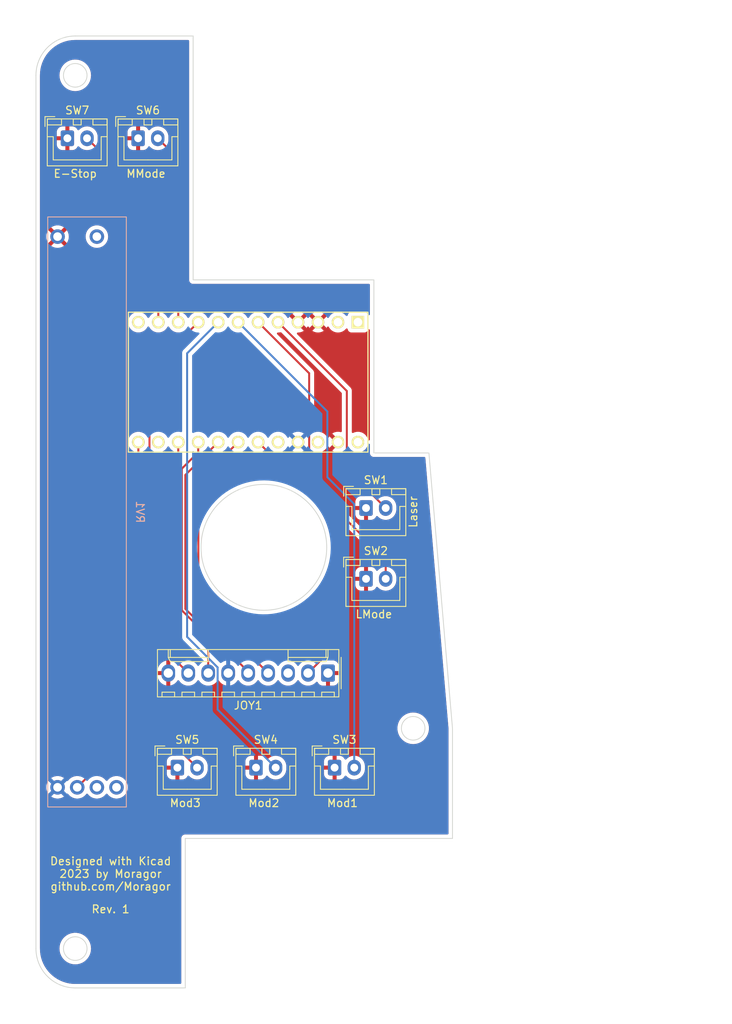
<source format=kicad_pcb>
(kicad_pcb (version 20211014) (generator pcbnew)
  (title_block (title "Star Citizen Mining Controller") (date "2023-01-16") (rev "1") (comment 1 "Author: Moragor"))
  (layers (0 "F.Cu" signal) (31 "B.Cu" signal) (36 "B.SilkS" user "B.Silkscreen") (37 "F.SilkS" user "F.Silkscreen") (38 "B.Mask" user) (39 "F.Mask" user) (44 "Edge.Cuts" user))
  (net 0 "")
  (net 1 "GND")
  (net 2 "Net-(JOY1-Pad2)")
  (net 4 "Net-(JOY1-Pad4)")
  (net 5 "Net-(JOY1-Pad5)")
  (net 6 "+5V")
  (net 7 "Net-(JOY1-Pad7)")
  (net 8 "Net-(JOY1-Pad8)")
  (net 9 "Net-(RV1-Pad2)")
  (net 13 "Net-(SW1-Pad2)")
  (net 14 "Net-(SW2-Pad2)")
  (net 15 "Net-(SW3-Pad2)")
  (net 16 "Net-(SW4-Pad2)")
  (net 17 "Net-(SW5-Pad2)")
  (net 18 "Net-(SW6-Pad2)")
  (net 25 "Net-(SW7-Pad2)")
  (footprint "Connector_JST:JST_XH_B2B-XH-A_1x02_P2.50mm_Vertical" (layer "F.Cu") (at 77 104)
    (fp_text reference "SW2" (at 1.25 -3.55) (layer "F.SilkS"))
    (fp_text value "SW_SPST")
    (fp_line (start -2.56 3.51) (end 5.06 3.51) (layer "F.SilkS") (width 0.12))
    (fp_line (start 5.05 -1.7) (end 5.05 -2.45) (layer "F.SilkS") (width 0.12))
    (fp_line (start -2.55 -1.7) (end -0.75 -1.7) (layer "F.SilkS") (width 0.12))
    (fp_line (start -1.8 -0.2) (end -1.8 2.75) (layer "F.SilkS") (width 0.12))
    (fp_line (start -2.56 -2.46) (end -2.56 3.51) (layer "F.SilkS") (width 0.12))
    (fp_line (start 1.75 -1.7) (end 1.75 -2.45) (layer "F.SilkS") (width 0.12))
    (fp_line (start -2.55 -0.2) (end -1.8 -0.2) (layer "F.SilkS") (width 0.12))
    (fp_line (start 5.06 3.51) (end 5.06 -2.46) (layer "F.SilkS") (width 0.12))
    (fp_line (start -1.6 -2.75) (end -2.85 -2.75) (layer "F.SilkS") (width 0.12))
    (fp_line (start 4.3 2.75) (end 1.25 2.75) (layer "F.SilkS") (width 0.12))
    (fp_line (start 4.3 -0.2) (end 4.3 2.75) (layer "F.SilkS") (width 0.12))
    (fp_line (start 5.06 -2.46) (end -2.56 -2.46) (layer "F.SilkS") (width 0.12))
    (fp_line (start 0.75 -2.45) (end 0.75 -1.7) (layer "F.SilkS") (width 0.12))
    (fp_line (start -0.75 -2.45) (end -2.55 -2.45) (layer "F.SilkS") (width 0.12))
    (fp_line (start 0.75 -1.7) (end 1.75 -1.7) (layer "F.SilkS") (width 0.12))
    (fp_line (start 3.25 -2.45) (end 3.25 -1.7) (layer "F.SilkS") (width 0.12))
    (fp_line (start 3.25 -1.7) (end 5.05 -1.7) (layer "F.SilkS") (width 0.12))
    (fp_line (start 1.75 -2.45) (end 0.75 -2.45) (layer "F.SilkS") (width 0.12))
    (fp_line (start 5.05 -0.2) (end 4.3 -0.2) (layer "F.SilkS") (width 0.12))
    (fp_line (start 5.05 -2.45) (end 3.25 -2.45) (layer "F.SilkS") (width 0.12))
    (fp_line (start -2.85 -2.75) (end -2.85 -1.5) (layer "F.SilkS") (width 0.12))
    (fp_line (start -2.55 -2.45) (end -2.55 -1.7) (layer "F.SilkS") (width 0.12))
    (fp_line (start -0.75 -1.7) (end -0.75 -2.45) (layer "F.SilkS") (width 0.12))
    (fp_line (start -1.8 2.75) (end 1.25 2.75) (layer "F.SilkS") (width 0.12))
    (pad "1" thru_hole roundrect (at 0 0) (size 1.7 2) (drill 1) (layers *.Cu *.Mask) (roundrect_rratio 0.147059) (net 1 "GND"))
    (pad "2" thru_hole oval (at 2.5 0) (size 1.7 2) (drill 1) (layers *.Cu *.Mask) (net 14 "Net-(SW2-Pad2)"))
  )
  (footprint "Connector_JST:JST_XH_B2B-XH-A_1x02_P2.50mm_Vertical" (layer "F.Cu") (at 53 128)
    (fp_text reference "SW5" (at 1.25 -3.55) (layer "F.SilkS"))
    (fp_text value "SW_SPST")
    (fp_line (start 5.05 -2.45) (end 3.25 -2.45) (layer "F.SilkS") (width 0.12))
    (fp_line (start 5.06 -2.46) (end -2.56 -2.46) (layer "F.SilkS") (width 0.12))
    (fp_line (start 3.25 -1.7) (end 5.05 -1.7) (layer "F.SilkS") (width 0.12))
    (fp_line (start 3.25 -2.45) (end 3.25 -1.7) (layer "F.SilkS") (width 0.12))
    (fp_line (start -1.8 2.75) (end 1.25 2.75) (layer "F.SilkS") (width 0.12))
    (fp_line (start -0.75 -2.45) (end -2.55 -2.45) (layer "F.SilkS") (width 0.12))
    (fp_line (start 5.05 -1.7) (end 5.05 -2.45) (layer "F.SilkS") (width 0.12))
    (fp_line (start -2.55 -2.45) (end -2.55 -1.7) (layer "F.SilkS") (width 0.12))
    (fp_line (start -2.85 -2.75) (end -2.85 -1.5) (layer "F.SilkS") (width 0.12))
    (fp_line (start 1.75 -1.7) (end 1.75 -2.45) (layer "F.SilkS") (width 0.12))
    (fp_line (start -2.56 -2.46) (end -2.56 3.51) (layer "F.SilkS") (width 0.12))
    (fp_line (start 5.05 -0.2) (end 4.3 -0.2) (layer "F.SilkS") (width 0.12))
    (fp_line (start 4.3 -0.2) (end 4.3 2.75) (layer "F.SilkS") (width 0.12))
    (fp_line (start 0.75 -2.45) (end 0.75 -1.7) (layer "F.SilkS") (width 0.12))
    (fp_line (start -2.55 -0.2) (end -1.8 -0.2) (layer "F.SilkS") (width 0.12))
    (fp_line (start 5.06 3.51) (end 5.06 -2.46) (layer "F.SilkS") (width 0.12))
    (fp_line (start -1.8 -0.2) (end -1.8 2.75) (layer "F.SilkS") (width 0.12))
    (fp_line (start 0.75 -1.7) (end 1.75 -1.7) (layer "F.SilkS") (width 0.12))
    (fp_line (start -1.6 -2.75) (end -2.85 -2.75) (layer "F.SilkS") (width 0.12))
    (fp_line (start 4.3 2.75) (end 1.25 2.75) (layer "F.SilkS") (width 0.12))
    (fp_line (start -2.55 -1.7) (end -0.75 -1.7) (layer "F.SilkS") (width 0.12))
    (fp_line (start -2.56 3.51) (end 5.06 3.51) (layer "F.SilkS") (width 0.12))
    (fp_line (start 1.75 -2.45) (end 0.75 -2.45) (layer "F.SilkS") (width 0.12))
    (fp_line (start -0.75 -1.7) (end -0.75 -2.45) (layer "F.SilkS") (width 0.12))
    (pad "1" thru_hole roundrect (at 0 0) (size 1.7 2) (drill 1) (layers *.Cu *.Mask) (roundrect_rratio 0.147059) (net 1 "GND"))
    (pad "2" thru_hole oval (at 2.5 0) (size 1.7 2) (drill 1) (layers *.Cu *.Mask) (net 17 "Net-(SW5-Pad2)"))
  )
  (footprint "Connector_JST:JST_XH_B2B-XH-A_1x02_P2.50mm_Vertical" (layer "F.Cu") (at 48 48)
    (fp_text reference "SW6" (at 1.25 -3.55) (layer "F.SilkS"))
    (fp_text value "SW_SPST")
    (fp_line (start 4.3 2.75) (end 1.25 2.75) (layer "F.SilkS") (width 0.12))
    (fp_line (start -2.55 -0.2) (end -1.8 -0.2) (layer "F.SilkS") (width 0.12))
    (fp_line (start 5.06 -2.46) (end -2.56 -2.46) (layer "F.SilkS") (width 0.12))
    (fp_line (start 1.75 -1.7) (end 1.75 -2.45) (layer "F.SilkS") (width 0.12))
    (fp_line (start -1.8 -0.2) (end -1.8 2.75) (layer "F.SilkS") (width 0.12))
    (fp_line (start 5.05 -0.2) (end 4.3 -0.2) (layer "F.SilkS") (width 0.12))
    (fp_line (start 0.75 -2.45) (end 0.75 -1.7) (layer "F.SilkS") (width 0.12))
    (fp_line (start 4.3 -0.2) (end 4.3 2.75) (layer "F.SilkS") (width 0.12))
    (fp_line (start -2.55 -1.7) (end -0.75 -1.7) (layer "F.SilkS") (width 0.12))
    (fp_line (start -0.75 -1.7) (end -0.75 -2.45) (layer "F.SilkS") (width 0.12))
    (fp_line (start -0.75 -2.45) (end -2.55 -2.45) (layer "F.SilkS") (width 0.12))
    (fp_line (start -2.55 -2.45) (end -2.55 -1.7) (layer "F.SilkS") (width 0.12))
    (fp_line (start -2.56 -2.46) (end -2.56 3.51) (layer "F.SilkS") (width 0.12))
    (fp_line (start -1.8 2.75) (end 1.25 2.75) (layer "F.SilkS") (width 0.12))
    (fp_line (start 3.25 -1.7) (end 5.05 -1.7) (layer "F.SilkS") (width 0.12))
    (fp_line (start 3.25 -2.45) (end 3.25 -1.7) (layer "F.SilkS") (width 0.12))
    (fp_line (start -2.85 -2.75) (end -2.85 -1.5) (layer "F.SilkS") (width 0.12))
    (fp_line (start 5.05 -1.7) (end 5.05 -2.45) (layer "F.SilkS") (width 0.12))
    (fp_line (start 5.05 -2.45) (end 3.25 -2.45) (layer "F.SilkS") (width 0.12))
    (fp_line (start -1.6 -2.75) (end -2.85 -2.75) (layer "F.SilkS") (width 0.12))
    (fp_line (start 0.75 -1.7) (end 1.75 -1.7) (layer "F.SilkS") (width 0.12))
    (fp_line (start 1.75 -2.45) (end 0.75 -2.45) (layer "F.SilkS") (width 0.12))
    (fp_line (start 5.06 3.51) (end 5.06 -2.46) (layer "F.SilkS") (width 0.12))
    (fp_line (start -2.56 3.51) (end 5.06 3.51) (layer "F.SilkS") (width 0.12))
    (pad "1" thru_hole roundrect (at 0 0) (size 1.7 2) (drill 1) (layers *.Cu *.Mask) (roundrect_rratio 0.147059) (net 1 "GND"))
    (pad "2" thru_hole oval (at 2.5 0) (size 1.7 2) (drill 1) (layers *.Cu *.Mask) (net 18 "Net-(SW6-Pad2)"))
  )
  (footprint "Connector_JST:JST_XH_B2B-XH-A_1x02_P2.50mm_Vertical" (layer "F.Cu") (at 39 48)
    (fp_text reference "SW7" (at 1.25 -3.55) (layer "F.SilkS"))
    (fp_text value "SW_SPST")
    (fp_line (start 5.05 -1.7) (end 5.05 -2.45) (layer "F.SilkS") (width 0.12))
    (fp_line (start 3.25 -2.45) (end 3.25 -1.7) (layer "F.SilkS") (width 0.12))
    (fp_line (start -0.75 -1.7) (end -0.75 -2.45) (layer "F.SilkS") (width 0.12))
    (fp_line (start 4.3 2.75) (end 1.25 2.75) (layer "F.SilkS") (width 0.12))
    (fp_line (start -2.55 -1.7) (end -0.75 -1.7) (layer "F.SilkS") (width 0.12))
    (fp_line (start 0.75 -2.45) (end 0.75 -1.7) (layer "F.SilkS") (width 0.12))
    (fp_line (start -2.55 -0.2) (end -1.8 -0.2) (layer "F.SilkS") (width 0.12))
    (fp_line (start 0.75 -1.7) (end 1.75 -1.7) (layer "F.SilkS") (width 0.12))
    (fp_line (start 1.75 -1.7) (end 1.75 -2.45) (layer "F.SilkS") (width 0.12))
    (fp_line (start 5.05 -0.2) (end 4.3 -0.2) (layer "F.SilkS") (width 0.12))
    (fp_line (start 5.06 -2.46) (end -2.56 -2.46) (layer "F.SilkS") (width 0.12))
    (fp_line (start 4.3 -0.2) (end 4.3 2.75) (layer "F.SilkS") (width 0.12))
    (fp_line (start -2.56 3.51) (end 5.06 3.51) (layer "F.SilkS") (width 0.12))
    (fp_line (start -1.8 -0.2) (end -1.8 2.75) (layer "F.SilkS") (width 0.12))
    (fp_line (start -2.85 -2.75) (end -2.85 -1.5) (layer "F.SilkS") (width 0.12))
    (fp_line (start -2.56 -2.46) (end -2.56 3.51) (layer "F.SilkS") (width 0.12))
    (fp_line (start -1.8 2.75) (end 1.25 2.75) (layer "F.SilkS") (width 0.12))
    (fp_line (start -2.55 -2.45) (end -2.55 -1.7) (layer "F.SilkS") (width 0.12))
    (fp_line (start 3.25 -1.7) (end 5.05 -1.7) (layer "F.SilkS") (width 0.12))
    (fp_line (start 5.05 -2.45) (end 3.25 -2.45) (layer "F.SilkS") (width 0.12))
    (fp_line (start -0.75 -2.45) (end -2.55 -2.45) (layer "F.SilkS") (width 0.12))
    (fp_line (start 5.06 3.51) (end 5.06 -2.46) (layer "F.SilkS") (width 0.12))
    (fp_line (start 1.75 -2.45) (end 0.75 -2.45) (layer "F.SilkS") (width 0.12))
    (fp_line (start -1.6 -2.75) (end -2.85 -2.75) (layer "F.SilkS") (width 0.12))
    (pad "1" thru_hole roundrect (at 0 0) (size 1.7 2) (drill 1) (layers *.Cu *.Mask) (roundrect_rratio 0.147059) (net 1 "GND"))
    (pad "2" thru_hole oval (at 2.5 0) (size 1.7 2) (drill 1) (layers *.Cu *.Mask) (net 25 "Net-(SW7-Pad2)"))
  )
  (footprint "Connector_JST:JST_XH_B2B-XH-A_1x02_P2.50mm_Vertical" (layer "F.Cu") (at 63 128)
    (fp_text reference "SW4" (at 1.25 -3.55) (layer "F.SilkS"))
    (fp_text value "SW_SPST")
    (fp_line (start 3.25 -2.45) (end 3.25 -1.7) (layer "F.SilkS") (width 0.12))
    (fp_line (start -2.55 -1.7) (end -0.75 -1.7) (layer "F.SilkS") (width 0.12))
    (fp_line (start -2.56 -2.46) (end -2.56 3.51) (layer "F.SilkS") (width 0.12))
    (fp_line (start 4.3 2.75) (end 1.25 2.75) (layer "F.SilkS") (width 0.12))
    (fp_line (start 4.3 -0.2) (end 4.3 2.75) (layer "F.SilkS") (width 0.12))
    (fp_line (start 3.25 -1.7) (end 5.05 -1.7) (layer "F.SilkS") (width 0.12))
    (fp_line (start -0.75 -1.7) (end -0.75 -2.45) (layer "F.SilkS") (width 0.12))
    (fp_line (start -0.75 -2.45) (end -2.55 -2.45) (layer "F.SilkS") (width 0.12))
    (fp_line (start 5.06 3.51) (end 5.06 -2.46) (layer "F.SilkS") (width 0.12))
    (fp_line (start 5.05 -1.7) (end 5.05 -2.45) (layer "F.SilkS") (width 0.12))
    (fp_line (start 0.75 -1.7) (end 1.75 -1.7) (layer "F.SilkS") (width 0.12))
    (fp_line (start -1.8 -0.2) (end -1.8 2.75) (layer "F.SilkS") (width 0.12))
    (fp_line (start -2.55 -0.2) (end -1.8 -0.2) (layer "F.SilkS") (width 0.12))
    (fp_line (start -1.6 -2.75) (end -2.85 -2.75) (layer "F.SilkS") (width 0.12))
    (fp_line (start 1.75 -1.7) (end 1.75 -2.45) (layer "F.SilkS") (width 0.12))
    (fp_line (start 5.05 -2.45) (end 3.25 -2.45) (layer "F.SilkS") (width 0.12))
    (fp_line (start -2.85 -2.75) (end -2.85 -1.5) (layer "F.SilkS") (width 0.12))
    (fp_line (start -2.55 -2.45) (end -2.55 -1.7) (layer "F.SilkS") (width 0.12))
    (fp_line (start 5.05 -0.2) (end 4.3 -0.2) (layer "F.SilkS") (width 0.12))
    (fp_line (start 5.06 -2.46) (end -2.56 -2.46) (layer "F.SilkS") (width 0.12))
    (fp_line (start 1.75 -2.45) (end 0.75 -2.45) (layer "F.SilkS") (width 0.12))
    (fp_line (start 0.75 -2.45) (end 0.75 -1.7) (layer "F.SilkS") (width 0.12))
    (fp_line (start -1.8 2.75) (end 1.25 2.75) (layer "F.SilkS") (width 0.12))
    (fp_line (start -2.56 3.51) (end 5.06 3.51) (layer "F.SilkS") (width 0.12))
    (pad "1" thru_hole roundrect (at 0 0) (size 1.7 2) (drill 1) (layers *.Cu *.Mask) (roundrect_rratio 0.147059) (net 1 "GND"))
    (pad "2" thru_hole oval (at 2.5 0) (size 1.7 2) (drill 1) (layers *.Cu *.Mask) (net 16 "Net-(SW4-Pad2)"))
  )
  (footprint "Connector_JST:JST_XH_B2B-XH-A_1x02_P2.50mm_Vertical" (layer "F.Cu") (at 73 128)
    (fp_text reference "SW3" (at 1.25 -3.55) (layer "F.SilkS"))
    (fp_text value "SW_SPST")
    (fp_line (start 5.05 -0.2) (end 4.3 -0.2) (layer "F.SilkS") (width 0.12))
    (fp_line (start -1.8 2.75) (end 1.25 2.75) (layer "F.SilkS") (width 0.12))
    (fp_line (start 5.05 -1.7) (end 5.05 -2.45) (layer "F.SilkS") (width 0.12))
    (fp_line (start 0.75 -1.7) (end 1.75 -1.7) (layer "F.SilkS") (width 0.12))
    (fp_line (start 1.75 -2.45) (end 0.75 -2.45) (layer "F.SilkS") (width 0.12))
    (fp_line (start 4.3 2.75) (end 1.25 2.75) (layer "F.SilkS") (width 0.12))
    (fp_line (start -0.75 -2.45) (end -2.55 -2.45) (layer "F.SilkS") (width 0.12))
    (fp_line (start 3.25 -1.7) (end 5.05 -1.7) (layer "F.SilkS") (width 0.12))
    (fp_line (start 1.75 -1.7) (end 1.75 -2.45) (layer "F.SilkS") (width 0.12))
    (fp_line (start 4.3 -0.2) (end 4.3 2.75) (layer "F.SilkS") (width 0.12))
    (fp_line (start -0.75 -1.7) (end -0.75 -2.45) (layer "F.SilkS") (width 0.12))
    (fp_line (start 0.75 -2.45) (end 0.75 -1.7) (layer "F.SilkS") (width 0.12))
    (fp_line (start 5.06 -2.46) (end -2.56 -2.46) (layer "F.SilkS") (width 0.12))
    (fp_line (start -2.55 -0.2) (end -1.8 -0.2) (layer "F.SilkS") (width 0.12))
    (fp_line (start -2.55 -1.7) (end -0.75 -1.7) (layer "F.SilkS") (width 0.12))
    (fp_line (start -2.56 3.51) (end 5.06 3.51) (layer "F.SilkS") (width 0.12))
    (fp_line (start 5.06 3.51) (end 5.06 -2.46) (layer "F.SilkS") (width 0.12))
    (fp_line (start -1.6 -2.75) (end -2.85 -2.75) (layer "F.SilkS") (width 0.12))
    (fp_line (start 5.05 -2.45) (end 3.25 -2.45) (layer "F.SilkS") (width 0.12))
    (fp_line (start -2.55 -2.45) (end -2.55 -1.7) (layer "F.SilkS") (width 0.12))
    (fp_line (start -1.8 -0.2) (end -1.8 2.75) (layer "F.SilkS") (width 0.12))
    (fp_line (start 3.25 -2.45) (end 3.25 -1.7) (layer "F.SilkS") (width 0.12))
    (fp_line (start -2.56 -2.46) (end -2.56 3.51) (layer "F.SilkS") (width 0.12))
    (fp_line (start -2.85 -2.75) (end -2.85 -1.5) (layer "F.SilkS") (width 0.12))
    (pad "1" thru_hole roundrect (at 0 0) (size 1.7 2) (drill 1) (layers *.Cu *.Mask) (roundrect_rratio 0.147059) (net 1 "GND"))
    (pad "2" thru_hole oval (at 2.5 0) (size 1.7 2) (drill 1) (layers *.Cu *.Mask) (net 15 "Net-(SW3-Pad2)"))
  )
  (footprint "Connector_Molex:Molex_KK-254_AE-6410-09A_1x09_P2.54mm_Vertical" (layer "F.Cu") (at 72.16 115.98 180)
    (fp_text reference "JOY1" (at 10.16 -4.12) (layer "F.SilkS"))
    (fp_text value "APEM_3150RAK600")
    (fp_line (start 9.36 -3.03) (end 9.36 -2.43) (layer "F.SilkS") (width 0.12))
    (fp_line (start 4.28 -3.03) (end 4.28 -2.43) (layer "F.SilkS") (width 0.12))
    (fp_line (start -1.67 -2) (end -1.67 2) (layer "F.SilkS") (width 0.12))
    (fp_line (start 18.58 -2.43) (end 18.58 -3.03) (layer "F.SilkS") (width 0.12))
    (fp_line (start 6.82 -2.43) (end 8.42 -2.43) (layer "F.SilkS") (width 0.12))
    (fp_line (start 21.7 -3.03) (end -1.38 -3.03) (layer "F.SilkS") (width 0.12))
    (fp_line (start 21.12 -2.43) (end 21.12 -3.03) (layer "F.SilkS") (width 0.12))
    (fp_line (start -0.8 -2.43) (end 0.8 -2.43) (layer "F.SilkS") (width 0.12))
    (fp_line (start 20.07 2.99) (end 20.07 1.99) (layer "F.SilkS") (width 0.12))
    (fp_line (start 8.42 -2.43) (end 8.42 -3.03) (layer "F.SilkS") (width 0.12))
    (fp_line (start -0.8 -3.03) (end -0.8 -2.43) (layer "F.SilkS") (width 0.12))
    (fp_line (start 0.25 1.46) (end 5.08 1.46) (layer "F.SilkS") (width 0.12))
    (fp_line (start 20.32 2.99) (end 20.32 1.99) (layer "F.SilkS") (width 0.12))
    (fp_line (start 16.04 -2.43) (end 16.04 -3.03) (layer "F.SilkS") (width 0.12))
    (fp_line (start 16.98 -3.03) (end 16.98 -2.43) (layer "F.SilkS") (width 0.12))
    (fp_line (start 5.08 1.46) (end 5.08 1.99) (layer "F.SilkS") (width 0.12))
    (fp_line (start 9.36 -2.43) (end 10.96 -2.43) (layer "F.SilkS") (width 0.12))
    (fp_line (start 20.32 1.99) (end 20.07 1.46) (layer "F.SilkS") (width 0.12))
    (fp_line (start 14.44 -2.43) (end 16.04 -2.43) (layer "F.SilkS") (width 0.12))
    (fp_line (start 16.98 -2.43) (end 18.58 -2.43) (layer "F.SilkS") (width 0.12))
    (fp_line (start -1.38 -3.03) (end -1.38 2.99) (layer "F.SilkS") (width 0.12))
    (fp_line (start 11.9 -2.43) (end 13.5 -2.43) (layer "F.SilkS") (width 0.12))
    (fp_line (start 5.88 -2.43) (end 5.88 -3.03) (layer "F.SilkS") (width 0.12))
    (fp_line (start 1.74 -3.03) (end 1.74 -2.43) (layer "F.SilkS") (width 0.12))
    (fp_line (start 19.52 -2.43) (end 21.12 -2.43) (layer "F.SilkS") (width 0.12))
    (fp_line (start 14.44 -3.03) (end 14.44 -2.43) (layer "F.SilkS") (width 0.12))
    (fp_line (start 4.28 -2.43) (end 5.88 -2.43) (layer "F.SilkS") (width 0.12))
    (fp_line (start 15.24 1.99) (end 15.24 2.99) (layer "F.SilkS") (width 0.12))
    (fp_line (start 0 2.99) (end 0 1.99) (layer "F.SilkS") (width 0.12))
    (fp_line (start 6.82 -3.03) (end 6.82 -2.43) (layer "F.SilkS") (width 0.12))
    (fp_line (start 5.08 1.99) (end 5.08 2.99) (layer "F.SilkS") (width 0.12))
    (fp_line (start 0 1.99) (end 5.08 1.99) (layer "F.SilkS") (width 0.12))
    (fp_line (start 10.96 -2.43) (end 10.96 -3.03) (layer "F.SilkS") (width 0.12))
    (fp_line (start 20.32 1.99) (end 15.24 1.99) (layer "F.SilkS") (width 0.12))
    (fp_line (start 19.52 -3.03) (end 19.52 -2.43) (layer "F.SilkS") (width 0.12))
    (fp_line (start 1.74 -2.43) (end 3.34 -2.43) (layer "F.SilkS") (width 0.12))
    (fp_line (start 11.9 -3.03) (end 11.9 -2.43) (layer "F.SilkS") (width 0.12))
    (fp_line (start 20.07 1.46) (end 15.24 1.46) (layer "F.SilkS") (width 0.12))
    (fp_line (start 15.24 1.46) (end 15.24 1.99) (layer "F.SilkS") (width 0.12))
    (fp_line (start 0 1.99) (end 0.25 1.46) (layer "F.SilkS") (width 0.12))
    (fp_line (start -1.38 2.99) (end 21.7 2.99) (layer "F.SilkS") (width 0.12))
    (fp_line (start 0.8 -2.43) (end 0.8 -3.03) (layer "F.SilkS") (width 0.12))
    (fp_line (start 13.5 -2.43) (end 13.5 -3.03) (layer "F.SilkS") (width 0.12))
    (fp_line (start 0.25 2.99) (end 0.25 1.99) (layer "F.SilkS") (width 0.12))
    (fp_line (start 21.7 2.99) (end 21.7 -3.03) (layer "F.SilkS") (width 0.12))
    (fp_line (start 3.34 -2.43) (end 3.34 -3.03) (layer "F.SilkS") (width 0.12))
    (pad "1" thru_hole roundrect (at 0 0 180) (size 1.74 2.19) (drill 1.19) (layers *.Cu *.Mask) (roundrect_rratio 0.143678) (net 1 "GND"))
    (pad "2" thru_hole oval (at 2.54 0 180) (size 1.74 2.19) (drill 1.19) (layers *.Cu *.Mask) (net 2 "Net-(JOY1-Pad2)"))
    (pad "3" thru_hole oval (at 5.08 0 180) (size 1.74 2.19) (drill 1.19) (layers *.Cu *.Mask))
    (pad "4" thru_hole oval (at 7.62 0 180) (size 1.74 2.19) (drill 1.19) (layers *.Cu *.Mask) (net 4 "Net-(JOY1-Pad4)"))
    (pad "5" thru_hole oval (at 10.16 0 180) (size 1.74 2.19) (drill 1.19) (layers *.Cu *.Mask) (net 5 "Net-(JOY1-Pad5)"))
    (pad "6" thru_hole oval (at 12.7 0 180) (size 1.74 2.19) (drill 1.19) (layers *.Cu *.Mask) (net 6 "+5V"))
    (pad "7" thru_hole oval (at 15.24 0 180) (size 1.74 2.19) (drill 1.19) (layers *.Cu *.Mask) (net 7 "Net-(JOY1-Pad7)"))
    (pad "8" thru_hole oval (at 17.78 0 180) (size 1.74 2.19) (drill 1.19) (layers *.Cu *.Mask) (net 8 "Net-(JOY1-Pad8)"))
    (pad "9" thru_hole oval (at 20.32 0 180) (size 1.74 2.19) (drill 1.19) (layers *.Cu *.Mask) (net 1 "GND"))
  )
  (footprint "My_footprints:ProMicro" (layer "F.Cu") (at 62 79 180)
    (fp_text reference "U1" hide)
    (fp_text value "Arduino_Pro_Micro")
    (fp_line (start -15.24 -3.81) (end -15.24 3.81) (layer "F.SilkS") (width 0.15))
    (fp_line (start -15.24 8.89) (end 15.24 8.89) (layer "F.SilkS") (width 0.15))
    (fp_line (start -15.24 8.89) (end -15.24 3.81) (layer "F.SilkS") (width 0.15))
    (fp_line (start -15.24 -3.81) (end -15.24 -8.89) (layer "F.SilkS") (width 0.15))
    (fp_line (start -15.24 -8.89) (end 15.24 -8.89) (layer "F.SilkS") (width 0.15))
    (fp_line (start 15.24 -8.89) (end 15.24 8.89) (layer "F.SilkS") (width 0.15))
    (pad "1" thru_hole rect (at -13.97 7.62 180) (size 1.6 1.6) (drill 1.1) (layers *.Cu *.Mask "F.SilkS"))
    (pad "2" thru_hole circle (at -11.43 7.62 180) (size 1.6 1.6) (drill 1.1) (layers *.Cu *.Mask "F.SilkS"))
    (pad "3" thru_hole circle (at -8.89 7.62 180) (size 1.6 1.6) (drill 1.1) (layers *.Cu *.Mask "F.SilkS") (net 1 "GND"))
    (pad "4" thru_hole circle (at -6.35 7.62 180) (size 1.6 1.6) (drill 1.1) (layers *.Cu *.Mask "F.SilkS") (net 1 "GND"))
    (pad "5" thru_hole circle (at -3.81 7.62 180) (size 1.6 1.6) (drill 1.1) (layers *.Cu *.Mask "F.SilkS") (net 13 "Net-(SW1-Pad2)"))
    (pad "6" thru_hole circle (at -1.27 7.62 180) (size 1.6 1.6) (drill 1.1) (layers *.Cu *.Mask "F.SilkS") (net 14 "Net-(SW2-Pad2)"))
    (pad "7" thru_hole circle (at 1.27 7.62 180) (size 1.6 1.6) (drill 1.1) (layers *.Cu *.Mask "F.SilkS") (net 15 "Net-(SW3-Pad2)"))
    (pad "8" thru_hole circle (at 3.81 7.62 180) (size 1.6 1.6) (drill 1.1) (layers *.Cu *.Mask "F.SilkS") (net 16 "Net-(SW4-Pad2)"))
    (pad "9" thru_hole circle (at 6.35 7.62 180) (size 1.6 1.6) (drill 1.1) (layers *.Cu *.Mask "F.SilkS") (net 17 "Net-(SW5-Pad2)"))
    (pad "10" thru_hole circle (at 8.89 7.62 180) (size 1.6 1.6) (drill 1.1) (layers *.Cu *.Mask "F.SilkS") (net 18 "Net-(SW6-Pad2)"))
    (pad "11" thru_hole circle (at 11.43 7.62 180) (size 1.6 1.6) (drill 1.1) (layers *.Cu *.Mask "F.SilkS") (net 25 "Net-(SW7-Pad2)"))
    (pad "12" thru_hole circle (at 13.97 7.62 180) (size 1.6 1.6) (drill 1.1) (layers *.Cu *.Mask "F.SilkS"))
    (pad "13" thru_hole circle (at 13.97 -7.62 180) (size 1.6 1.6) (drill 1.1) (layers *.Cu *.Mask "F.SilkS") (net 9 "Net-(RV1-Pad2)"))
    (pad "14" thru_hole circle (at 11.43 -7.62 180) (size 1.6 1.6) (drill 1.1) (layers *.Cu *.Mask "F.SilkS"))
    (pad "15" thru_hole circle (at 8.89 -7.62 180) (size 1.6 1.6) (drill 1.1) (layers *.Cu *.Mask "F.SilkS") (net 8 "Net-(JOY1-Pad8)"))
    (pad "16" thru_hole circle (at 6.35 -7.62 180) (size 1.6 1.6) (drill 1.1) (layers *.Cu *.Mask "F.SilkS") (net 7 "Net-(JOY1-Pad7)"))
    (pad "17" thru_hole circle (at 3.81 -7.62 180) (size 1.6 1.6) (drill 1.1) (layers *.Cu *.Mask "F.SilkS") (net 5 "Net-(JOY1-Pad5)"))
    (pad "18" thru_hole circle (at 1.27 -7.62 180) (size 1.6 1.6) (drill 1.1) (layers *.Cu *.Mask "F.SilkS") (net 4 "Net-(JOY1-Pad4)"))
    (pad "19" thru_hole circle (at -1.27 -7.62 180) (size 1.6 1.6) (drill 1.1) (layers *.Cu *.Mask "F.SilkS") (net 2 "Net-(JOY1-Pad2)"))
    (pad "20" thru_hole circle (at -3.81 -7.62 180) (size 1.6 1.6) (drill 1.1) (layers *.Cu *.Mask "F.SilkS"))
    (pad "21" thru_hole circle (at -6.35 -7.62 180) (size 1.6 1.6) (drill 1.1) (layers *.Cu *.Mask "F.SilkS") (net 6 "+5V"))
    (pad "22" thru_hole circle (at -8.89 -7.62 180) (size 1.6 1.6) (drill 1.1) (layers *.Cu *.Mask "F.SilkS"))
    (pad "23" thru_hole circle (at -11.43 -7.62 180) (size 1.6 1.6) (drill 1.1) (layers *.Cu *.Mask "F.SilkS") (net 1 "GND"))
    (pad "24" thru_hole circle (at -13.97 -7.62 180) (size 1.6 1.6) (drill 1.1) (layers *.Cu *.Mask "F.SilkS"))
  )
  (footprint "Connector_JST:JST_XH_B2B-XH-A_1x02_P2.50mm_Vertical" (layer "F.Cu") (at 77 95)
    (fp_text reference "SW1" (at 1.25 -3.55) (layer "F.SilkS"))
    (fp_text value "SW_SPST")
    (fp_line (start -1.8 2.75) (end 1.25 2.75) (layer "F.SilkS") (width 0.12))
    (fp_line (start -0.75 -1.7) (end -0.75 -2.45) (layer "F.SilkS") (width 0.12))
    (fp_line (start 4.3 -0.2) (end 4.3 2.75) (layer "F.SilkS") (width 0.12))
    (fp_line (start -1.6 -2.75) (end -2.85 -2.75) (layer "F.SilkS") (width 0.12))
    (fp_line (start 1.75 -2.45) (end 0.75 -2.45) (layer "F.SilkS") (width 0.12))
    (fp_line (start 3.25 -1.7) (end 5.05 -1.7) (layer "F.SilkS") (width 0.12))
    (fp_line (start 0.75 -1.7) (end 1.75 -1.7) (layer "F.SilkS") (width 0.12))
    (fp_line (start 5.06 3.51) (end 5.06 -2.46) (layer "F.SilkS") (width 0.12))
    (fp_line (start 4.3 2.75) (end 1.25 2.75) (layer "F.SilkS") (width 0.12))
    (fp_line (start 1.75 -1.7) (end 1.75 -2.45) (layer "F.SilkS") (width 0.12))
    (fp_line (start 5.05 -0.2) (end 4.3 -0.2) (layer "F.SilkS") (width 0.12))
    (fp_line (start -0.75 -2.45) (end -2.55 -2.45) (layer "F.SilkS") (width 0.12))
    (fp_line (start -2.56 -2.46) (end -2.56 3.51) (layer "F.SilkS") (width 0.12))
    (fp_line (start -2.55 -1.7) (end -0.75 -1.7) (layer "F.SilkS") (width 0.12))
    (fp_line (start -2.85 -2.75) (end -2.85 -1.5) (layer "F.SilkS") (width 0.12))
    (fp_line (start 3.25 -2.45) (end 3.25 -1.7) (layer "F.SilkS") (width 0.12))
    (fp_line (start -1.8 -0.2) (end -1.8 2.75) (layer "F.SilkS") (width 0.12))
    (fp_line (start -2.55 -2.45) (end -2.55 -1.7) (layer "F.SilkS") (width 0.12))
    (fp_line (start 0.75 -2.45) (end 0.75 -1.7) (layer "F.SilkS") (width 0.12))
    (fp_line (start -2.56 3.51) (end 5.06 3.51) (layer "F.SilkS") (width 0.12))
    (fp_line (start 5.06 -2.46) (end -2.56 -2.46) (layer "F.SilkS") (width 0.12))
    (fp_line (start 5.05 -1.7) (end 5.05 -2.45) (layer "F.SilkS") (width 0.12))
    (fp_line (start -2.55 -0.2) (end -1.8 -0.2) (layer "F.SilkS") (width 0.12))
    (fp_line (start 5.05 -2.45) (end 3.25 -2.45) (layer "F.SilkS") (width 0.12))
    (pad "1" thru_hole roundrect (at 0 0) (size 1.7 2) (drill 1) (layers *.Cu *.Mask) (roundrect_rratio 0.147059) (net 1 "GND"))
    (pad "2" thru_hole oval (at 2.5 0) (size 1.7 2) (drill 1) (layers *.Cu *.Mask) (net 13 "Net-(SW1-Pad2)"))
  )
  (footprint "My_footprints:Sliding_Potentiometer_RS60112" (layer "B.Cu") (at 41.5 95.5 90)
    (fp_text reference "RV1" (at 0 6.75 270 unlocked) (layer "B.SilkS") (effects (justify mirror)))
    (fp_text value "R_Potentiometer_Dual")
    (fp_rect (start -37.5 5) (end 37.5 -5) (layer "B.SilkS") (width 0.12) (fill none))
    (pad "1" thru_hole circle (at -35 -3.75 90) (size 1.85 1.85) (drill 1.1) (layers *.Cu *.Mask) (net 6 "+5V"))
    (pad "2" thru_hole circle (at -35 -1.25 90) (size 1.85 1.85) (drill 1.1) (layers *.Cu *.Mask) (net 9 "Net-(RV1-Pad2)"))
    (pad "3" thru_hole circle (at 35 -3.75 90) (size 1.85 1.85) (drill 1.1) (layers *.Cu *.Mask) (net 1 "GND"))
    (pad "4" thru_hole circle (at -35 1.25 90) (size 1.85 1.85) (drill 1.1) (layers *.Cu *.Mask))
    (pad "5" thru_hole circle (at -35 3.75 90) (size 1.85 1.85) (drill 1.1) (layers *.Cu *.Mask))
    (pad "6" thru_hole circle (at 35 1.25 90) (size 1.85 1.85) (drill 1.1) (layers *.Cu *.Mask))
  )
  (gr_arc (start 40 156) (mid 36.464466 154.535534) (end 35 151) (layer "Edge.Cuts") (width 0.1))
  (gr_line (start 54 137) (end 88 137) (layer "Edge.Cuts") (width 0.1))
  (gr_line locked (start 55 35) (end 55 66) (layer "Edge.Cuts") (width 0.1))
  (gr_circle (center 64 100) (end 72 100) (layer "Edge.Cuts") (width 0.1) (fill none))
  (gr_line (start 78 66) (end 78 88) (layer "Edge.Cuts") (width 0.1))
  (gr_line (start 88 137) (end 88 123) (layer "Edge.Cuts") (width 0.1))
  (gr_line (start 78 88) (end 85 88) (layer "Edge.Cuts") (width 0.1))
  (gr_circle (center 83 123) (end 84.5 123) (layer "Edge.Cuts") (width 0.1) (fill none))
  (gr_circle (center 40 151) (end 41.5 151) (layer "Edge.Cuts") (width 0.1) (fill none))
  (gr_circle (center 40 40) (end 41.5 40) (layer "Edge.Cuts") (width 0.1) (fill none))
  (gr_arc (start 35 40) (mid 36.464466 36.464466) (end 40 35) (layer "Edge.Cuts") (width 0.1))
  (gr_line (start 35 40) (end 35 151) (layer "Edge.Cuts") (width 0.1))
  (gr_line (start 40 156) (end 54 156) (layer "Edge.Cuts") (width 0.1))
  (gr_line (start 54 156) (end 54 137) (layer "Edge.Cuts") (width 0.1))
  (gr_line (start 85 88) (end 88 123) (layer "Edge.Cuts") (width 0.1))
  (gr_line (start 40 35) (end 55 35) (layer "Edge.Cuts") (width 0.1))
  (gr_line (start 55 66) (end 78 66) (layer "Edge.Cuts") (width 0.1))
  (gr_text "Rev. 1" (at 44.5 146) (layer "F.SilkS") (effects (font (size 1 1) (thickness 0.153))))
  (gr_text "Laser" (at 83 95.5 90) (layer "F.SilkS") (effects (font (size 1 1) (thickness 0.153))))
  (gr_text "Designed with Kicad\n2023 by Moragor\ngithub.com/Moragor" (at 44.5 141.5) (layer "F.SilkS") (effects (font (size 1 1) (thickness 0.153))))
  (gr_text "Mod2" (at 64 132.5) (layer "F.SilkS") (effects (font (size 1 1) (thickness 0.153))))
  (gr_text "MMode" (at 49 52.5) (layer "F.SilkS") (effects (font (size 1 1) (thickness 0.153))))
  (gr_text "E-Stop" (at 40 52.5) (layer "F.SilkS") (effects (font (size 1 1) (thickness 0.153))))
  (gr_text "LMode" (at 78 108.5) (layer "F.SilkS") (effects (font (size 1 1) (thickness 0.153))))
  (gr_text "Mod1" (at 74 132.5) (layer "F.SilkS") (effects (font (size 1 1) (thickness 0.153))))
  (gr_text "Mod3" (at 54 132.5) (layer "F.SilkS") (effects (font (size 1 1) (thickness 0.153))))
  (segment (start 73 96.35) (end 73 112.6) (width 0.25) (layer "F.Cu") (net 2))
  (segment (start 73 112.6) (end 69.62 115.98) (width 0.25) (layer "F.Cu") (net 2))
  (segment (start 63.27 86.62) (end 73 96.35) (width 0.25) (layer "F.Cu") (net 2))
  (segment (start 60.73 86.62) (end 55.667958 91.682042) (width 0.25) (layer "F.Cu") (net 4))
  (segment (start 55.667958 91.682042) (end 55.667958 107.107958) (width 0.25) (layer "F.Cu") (net 4))
  (segment (start 55.667958 107.107958) (end 64.54 115.98) (width 0.25) (layer "F.Cu") (net 4))
  (segment (start 54.01 90.8) (end 54.01 107.813604) (width 0.25) (layer "F.Cu") (net 5))
  (segment (start 58.19 86.62) (end 54.01 90.8) (width 0.25) (layer "F.Cu") (net 5))
  (segment (start 54.01 107.813604) (end 62 115.803604) (width 0.25) (layer "F.Cu") (net 5))
  (segment (start 62 115.803604) (end 62 115.98) (width 0.25) (layer "F.Cu") (net 5))
  (segment (start 55.65 86.62) (end 55.65 87.91) (width 0.25) (layer "F.Cu") (net 7))
  (segment (start 55.65 87.91) (end 53.56 90) (width 0.25) (layer "F.Cu") (net 7))
  (segment (start 53.56 90) (end 53.56 108) (width 0.25) (layer "F.Cu") (net 7))
  (segment (start 56.92 111.36) (end 56.92 115.98) (width 0.25) (layer "F.Cu") (net 7))
  (segment (start 53.56 108) (end 56.92 111.36) (width 0.25) (layer "F.Cu") (net 7))
  (segment (start 53.11 114.71) (end 54.38 115.98) (width 0.25) (layer "F.Cu") (net 8))
  (segment (start 53.11 86.62) (end 53.11 114.71) (width 0.25) (layer "F.Cu") (net 8))
  (segment (start 48.03 122.72) (end 40.25 130.5) (width 0.25) (layer "F.Cu") (net 9))
  (segment (start 48.03 86.62) (end 48.03 122.72) (width 0.25) (layer "F.Cu") (net 9))
  (segment (start 74.555 80.125) (end 74.555 90.055) (width 0.25) (layer "F.Cu") (net 13))
  (segment (start 65.81 71.38) (end 74.555 80.125) (width 0.25) (layer "F.Cu") (net 13))
  (segment (start 74.555 90.055) (end 79.5 95) (width 0.25) (layer "F.Cu") (net 13))
  (segment (start 79.5 101.5) (end 79.5 104) (width 0.25) (layer "F.Cu") (net 14))
  (segment (start 69.765 91.765) (end 79.5 101.5) (width 0.25) (layer "F.Cu") (net 14))
  (segment (start 63.27 71.38) (end 69.765 77.875) (width 0.25) (layer "F.Cu") (net 14))
  (segment (start 69.765 77.875) (end 69.765 91.765) (width 0.25) (layer "F.Cu") (net 14))
  (segment (start 60.73 71.38) (end 72.078817 82.728817) (width 0.25) (layer "B.Cu") (net 15))
  (segment (start 72.078817 91.078817) (end 75.5 94.5) (width 0.25) (layer "B.Cu") (net 15))
  (segment (start 75.5 94.5) (end 75.5 128) (width 0.25) (layer "B.Cu") (net 15))
  (segment (start 72.078817 82.728817) (end 72.078817 91.078817) (width 0.25) (layer "B.Cu") (net 15))
  (segment (start 54.235 75.335) (end 54.235 111.380015) (width 0.25) (layer "B.Cu") (net 16))
  (segment (start 58.115 115.260015) (end 58.115 120.615) (width 0.25) (layer "B.Cu") (net 16))
  (segment (start 58.19 71.38) (end 54.235 75.335) (width 0.25) (layer "B.Cu") (net 16))
  (segment (start 54.235 111.380015) (end 58.115 115.260015) (width 0.25) (layer "B.Cu") (net 16))
  (segment (start 58.115 120.615) (end 65.5 128) (width 0.25) (layer "B.Cu") (net 16))
  (segment (start 49.445 77.585) (end 49.445 88.035) (width 0.25) (layer "F.Cu") (net 17))
  (segment (start 49.445 88.035) (end 48.48 89) (width 0.25) (layer "F.Cu") (net 17))
  (segment (start 55.65 71.38) (end 49.445 77.585) (width 0.25) (layer "F.Cu") (net 17))
  (segment (start 48.48 120.98) (end 55.5 128) (width 0.25) (layer "F.Cu") (net 17))
  (segment (start 48.48 89) (end 48.48 120.98) (width 0.25) (layer "F.Cu") (net 17))
  (segment (start 53.11 71.38) (end 53.11 50.61) (width 0.25) (layer "F.Cu") (net 18))
  (segment (start 53.11 50.61) (end 50.5 48) (width 0.25) (layer "F.Cu") (net 18))
  (segment (start 50.57 71.38) (end 50.57 57.07) (width 0.25) (layer "F.Cu") (net 25))
  (segment (start 50.57 57.07) (end 41.5 48) (width 0.25) (layer "F.Cu") (net 25))
  (zone (net 1) (net_name "GND") (layer "F.Cu") (connect_pads (clearance 0.508)) (min_thickness 0.254) (fill yes (thermal_gap 0.508) (thermal_bridge_width 0.508))
    (polygon (pts (xy 56 65) (xy 84 65) (xy 90 138) (xy 55 138) (xy 55 157) (xy 34 157) (xy 34 34) (xy 56 34)))
  )
  (zone (net 6) (net_name "+5V") (layer "B.Cu") (connect_pads (clearance 0.508)) (min_thickness 0.254) (fill yes (thermal_gap 0.508) (thermal_bridge_width 0.508))
    (polygon (pts (xy 56 65) (xy 84 65) (xy 90 138) (xy 55 138) (xy 55 157) (xy 34 157) (xy 34 34) (xy 56 34)))
  )
)
</source>
